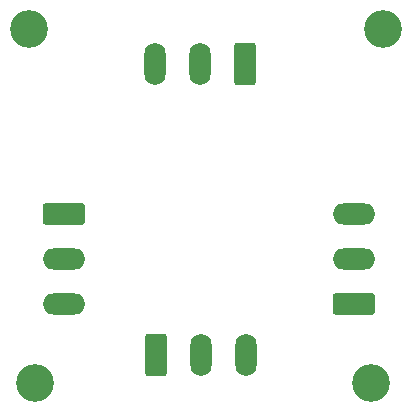
<source format=gbr>
%TF.GenerationSoftware,KiCad,Pcbnew,7.0.7*%
%TF.CreationDate,2023-09-11T13:21:53+02:00*%
%TF.ProjectId,MarklinBlock,4d61726b-6c69-46e4-926c-6f636b2e6b69,rev?*%
%TF.SameCoordinates,Original*%
%TF.FileFunction,Soldermask,Bot*%
%TF.FilePolarity,Negative*%
%FSLAX46Y46*%
G04 Gerber Fmt 4.6, Leading zero omitted, Abs format (unit mm)*
G04 Created by KiCad (PCBNEW 7.0.7) date 2023-09-11 13:21:53*
%MOMM*%
%LPD*%
G01*
G04 APERTURE LIST*
G04 Aperture macros list*
%AMRoundRect*
0 Rectangle with rounded corners*
0 $1 Rounding radius*
0 $2 $3 $4 $5 $6 $7 $8 $9 X,Y pos of 4 corners*
0 Add a 4 corners polygon primitive as box body*
4,1,4,$2,$3,$4,$5,$6,$7,$8,$9,$2,$3,0*
0 Add four circle primitives for the rounded corners*
1,1,$1+$1,$2,$3*
1,1,$1+$1,$4,$5*
1,1,$1+$1,$6,$7*
1,1,$1+$1,$8,$9*
0 Add four rect primitives between the rounded corners*
20,1,$1+$1,$2,$3,$4,$5,0*
20,1,$1+$1,$4,$5,$6,$7,0*
20,1,$1+$1,$6,$7,$8,$9,0*
20,1,$1+$1,$8,$9,$2,$3,0*%
G04 Aperture macros list end*
%ADD10C,3.200000*%
%ADD11RoundRect,0.250000X-1.550000X0.650000X-1.550000X-0.650000X1.550000X-0.650000X1.550000X0.650000X0*%
%ADD12O,3.600000X1.800000*%
%ADD13RoundRect,0.250000X1.550000X-0.650000X1.550000X0.650000X-1.550000X0.650000X-1.550000X-0.650000X0*%
%ADD14RoundRect,0.250000X0.650000X1.550000X-0.650000X1.550000X-0.650000X-1.550000X0.650000X-1.550000X0*%
%ADD15O,1.800000X3.600000*%
%ADD16RoundRect,0.250000X-0.650000X-1.550000X0.650000X-1.550000X0.650000X1.550000X-0.650000X1.550000X0*%
G04 APERTURE END LIST*
D10*
%TO.C,REF\u002A\u002A*%
X126000000Y-151000000D03*
%TD*%
D11*
%TO.C,J4*%
X128455000Y-136707000D03*
D12*
X128455000Y-140517000D03*
X128455000Y-144327000D03*
%TD*%
D13*
%TO.C,J3*%
X153000000Y-144255000D03*
D12*
X153000000Y-140445000D03*
X153000000Y-136635000D03*
%TD*%
D10*
%TO.C,REF\u002A\u002A*%
X125500000Y-121000000D03*
%TD*%
D14*
%TO.C,J2*%
X143810000Y-124000000D03*
D15*
X140000000Y-124000000D03*
X136190000Y-124000000D03*
%TD*%
D10*
%TO.C,REF\u002A\u002A*%
X154500000Y-151000000D03*
%TD*%
%TO.C,REF\u002A\u002A*%
X155500000Y-121000000D03*
%TD*%
D16*
%TO.C,J1*%
X136245000Y-148567500D03*
D15*
X140055000Y-148567500D03*
X143865000Y-148567500D03*
%TD*%
M02*

</source>
